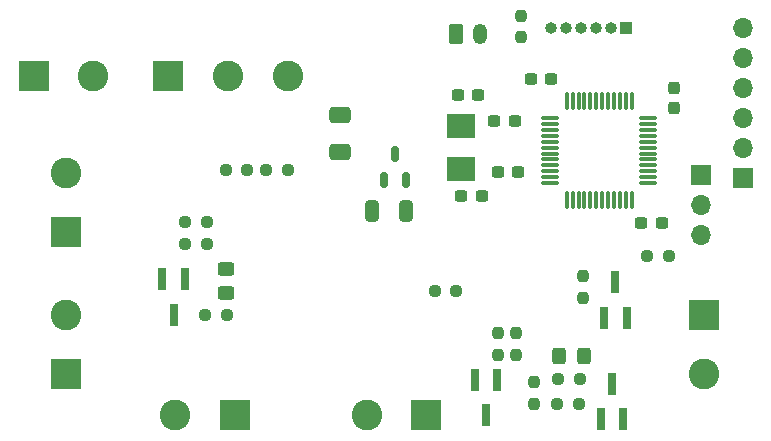
<source format=gbr>
%TF.GenerationSoftware,KiCad,Pcbnew,7.0.5*%
%TF.CreationDate,2023-08-16T19:13:53+03:00*%
%TF.ProjectId,lamps,6c616d70-732e-46b6-9963-61645f706362,rev?*%
%TF.SameCoordinates,Original*%
%TF.FileFunction,Soldermask,Top*%
%TF.FilePolarity,Negative*%
%FSLAX46Y46*%
G04 Gerber Fmt 4.6, Leading zero omitted, Abs format (unit mm)*
G04 Created by KiCad (PCBNEW 7.0.5) date 2023-08-16 19:13:53*
%MOMM*%
%LPD*%
G01*
G04 APERTURE LIST*
G04 Aperture macros list*
%AMRoundRect*
0 Rectangle with rounded corners*
0 $1 Rounding radius*
0 $2 $3 $4 $5 $6 $7 $8 $9 X,Y pos of 4 corners*
0 Add a 4 corners polygon primitive as box body*
4,1,4,$2,$3,$4,$5,$6,$7,$8,$9,$2,$3,0*
0 Add four circle primitives for the rounded corners*
1,1,$1+$1,$2,$3*
1,1,$1+$1,$4,$5*
1,1,$1+$1,$6,$7*
1,1,$1+$1,$8,$9*
0 Add four rect primitives between the rounded corners*
20,1,$1+$1,$2,$3,$4,$5,0*
20,1,$1+$1,$4,$5,$6,$7,0*
20,1,$1+$1,$6,$7,$8,$9,0*
20,1,$1+$1,$8,$9,$2,$3,0*%
G04 Aperture macros list end*
%ADD10R,2.600000X2.600000*%
%ADD11C,2.600000*%
%ADD12RoundRect,0.237500X0.250000X0.237500X-0.250000X0.237500X-0.250000X-0.237500X0.250000X-0.237500X0*%
%ADD13RoundRect,0.237500X-0.250000X-0.237500X0.250000X-0.237500X0.250000X0.237500X-0.250000X0.237500X0*%
%ADD14RoundRect,0.250000X0.450000X-0.325000X0.450000X0.325000X-0.450000X0.325000X-0.450000X-0.325000X0*%
%ADD15RoundRect,0.237500X-0.300000X-0.237500X0.300000X-0.237500X0.300000X0.237500X-0.300000X0.237500X0*%
%ADD16R,0.800000X1.900000*%
%ADD17R,2.400000X2.000000*%
%ADD18RoundRect,0.075000X-0.662500X-0.075000X0.662500X-0.075000X0.662500X0.075000X-0.662500X0.075000X0*%
%ADD19RoundRect,0.075000X-0.075000X-0.662500X0.075000X-0.662500X0.075000X0.662500X-0.075000X0.662500X0*%
%ADD20RoundRect,0.237500X-0.237500X0.250000X-0.237500X-0.250000X0.237500X-0.250000X0.237500X0.250000X0*%
%ADD21RoundRect,0.237500X0.300000X0.237500X-0.300000X0.237500X-0.300000X-0.237500X0.300000X-0.237500X0*%
%ADD22R,1.700000X1.700000*%
%ADD23O,1.700000X1.700000*%
%ADD24RoundRect,0.150000X0.150000X-0.512500X0.150000X0.512500X-0.150000X0.512500X-0.150000X-0.512500X0*%
%ADD25RoundRect,0.237500X0.237500X-0.250000X0.237500X0.250000X-0.237500X0.250000X-0.237500X-0.250000X0*%
%ADD26RoundRect,0.250000X0.325000X0.650000X-0.325000X0.650000X-0.325000X-0.650000X0.325000X-0.650000X0*%
%ADD27RoundRect,0.250000X-0.350000X-0.625000X0.350000X-0.625000X0.350000X0.625000X-0.350000X0.625000X0*%
%ADD28O,1.200000X1.750000*%
%ADD29R,1.000000X1.000000*%
%ADD30O,1.000000X1.000000*%
%ADD31RoundRect,0.250000X0.650000X-0.412500X0.650000X0.412500X-0.650000X0.412500X-0.650000X-0.412500X0*%
%ADD32RoundRect,0.237500X-0.237500X0.300000X-0.237500X-0.300000X0.237500X-0.300000X0.237500X0.300000X0*%
%ADD33RoundRect,0.250000X-0.325000X-0.450000X0.325000X-0.450000X0.325000X0.450000X-0.325000X0.450000X0*%
G04 APERTURE END LIST*
D10*
%TO.C,J11*%
X104750000Y-92500000D03*
D11*
X99750000Y-92500000D03*
%TD*%
D10*
%TO.C,J10*%
X128250000Y-84000000D03*
D11*
X128250000Y-89000000D03*
%TD*%
D10*
%TO.C,J9*%
X88500000Y-92500000D03*
D11*
X83500000Y-92500000D03*
%TD*%
D10*
%TO.C,J8*%
X74250000Y-89000000D03*
D11*
X74250000Y-84000000D03*
%TD*%
D10*
%TO.C,J7*%
X74250000Y-77000000D03*
D11*
X74250000Y-72000000D03*
%TD*%
D10*
%TO.C,J6*%
X71500000Y-63805000D03*
D11*
X76500000Y-63805000D03*
%TD*%
D12*
%TO.C,R1*%
X89582000Y-71755000D03*
X87757000Y-71755000D03*
%TD*%
D13*
%TO.C,R23*%
X115824000Y-91541600D03*
X117649000Y-91541600D03*
%TD*%
D14*
%TO.C,D9*%
X87803400Y-82189200D03*
X87803400Y-80139200D03*
%TD*%
D13*
%TO.C,R15*%
X107260400Y-82016600D03*
X105435400Y-82016600D03*
%TD*%
D15*
%TO.C,C13*%
X107393400Y-65405000D03*
X109118400Y-65405000D03*
%TD*%
D16*
%TO.C,Q6*%
X110750000Y-89500000D03*
X108850000Y-89500000D03*
X109800000Y-92500000D03*
%TD*%
%TO.C,Q3*%
X119800000Y-84250000D03*
X121700000Y-84250000D03*
X120750000Y-81250000D03*
%TD*%
%TO.C,Q8*%
X119486600Y-92837000D03*
X121386600Y-92837000D03*
X120436600Y-89837000D03*
%TD*%
D17*
%TO.C,Y1*%
X107696000Y-68000000D03*
X107696000Y-71700000D03*
%TD*%
D18*
%TO.C,U3*%
X115217500Y-67354000D03*
X115217500Y-67854000D03*
X115217500Y-68354000D03*
X115217500Y-68854000D03*
X115217500Y-69354000D03*
X115217500Y-69854000D03*
X115217500Y-70354000D03*
X115217500Y-70854000D03*
X115217500Y-71354000D03*
X115217500Y-71854000D03*
X115217500Y-72354000D03*
X115217500Y-72854000D03*
D19*
X116630000Y-74266500D03*
X117130000Y-74266500D03*
X117630000Y-74266500D03*
X118130000Y-74266500D03*
X118630000Y-74266500D03*
X119130000Y-74266500D03*
X119630000Y-74266500D03*
X120130000Y-74266500D03*
X120630000Y-74266500D03*
X121130000Y-74266500D03*
X121630000Y-74266500D03*
X122130000Y-74266500D03*
D18*
X123542500Y-72854000D03*
X123542500Y-72354000D03*
X123542500Y-71854000D03*
X123542500Y-71354000D03*
X123542500Y-70854000D03*
X123542500Y-70354000D03*
X123542500Y-69854000D03*
X123542500Y-69354000D03*
X123542500Y-68854000D03*
X123542500Y-68354000D03*
X123542500Y-67854000D03*
X123542500Y-67354000D03*
D19*
X122130000Y-65941500D03*
X121630000Y-65941500D03*
X121130000Y-65941500D03*
X120630000Y-65941500D03*
X120130000Y-65941500D03*
X119630000Y-65941500D03*
X119130000Y-65941500D03*
X118630000Y-65941500D03*
X118130000Y-65941500D03*
X117630000Y-65941500D03*
X117130000Y-65941500D03*
X116630000Y-65941500D03*
%TD*%
D20*
%TO.C,R20*%
X110769400Y-85574500D03*
X110769400Y-87399500D03*
%TD*%
%TO.C,R11*%
X118000000Y-80750000D03*
X118000000Y-82575000D03*
%TD*%
%TO.C,R24*%
X113842800Y-91516200D03*
X113842800Y-89691200D03*
%TD*%
D21*
%TO.C,C11*%
X112522000Y-71882000D03*
X110797000Y-71882000D03*
%TD*%
D22*
%TO.C,J5*%
X131572000Y-72390000D03*
D23*
X131572000Y-69850000D03*
X131572000Y-67310000D03*
X131572000Y-64770000D03*
X131572000Y-62230000D03*
X131572000Y-59690000D03*
%TD*%
D13*
%TO.C,R9*%
X84345900Y-76158400D03*
X86170900Y-76158400D03*
%TD*%
D24*
%TO.C,U1*%
X101158000Y-72633000D03*
X103058000Y-72633000D03*
X102108000Y-70358000D03*
%TD*%
D25*
%TO.C,R5*%
X112776000Y-60499000D03*
X112776000Y-58674000D03*
%TD*%
D22*
%TO.C,J2*%
X128016000Y-72136000D03*
D23*
X128016000Y-74676000D03*
X128016000Y-77216000D03*
%TD*%
D16*
%TO.C,Q1*%
X84289200Y-80985000D03*
X82389200Y-80985000D03*
X83339200Y-83985000D03*
%TD*%
D12*
%TO.C,R10*%
X87825000Y-84000000D03*
X86000000Y-84000000D03*
%TD*%
D26*
%TO.C,C4*%
X103047800Y-75209400D03*
X100097800Y-75209400D03*
%TD*%
D25*
%TO.C,R21*%
X112369600Y-87397600D03*
X112369600Y-85572600D03*
%TD*%
D12*
%TO.C,R8*%
X86162500Y-78000000D03*
X84337500Y-78000000D03*
%TD*%
D15*
%TO.C,C8*%
X110490000Y-67564000D03*
X112215000Y-67564000D03*
%TD*%
%TO.C,C7*%
X113591000Y-64008000D03*
X115316000Y-64008000D03*
%TD*%
D10*
%TO.C,J1*%
X82840000Y-63750000D03*
D11*
X87920000Y-63750000D03*
X93000000Y-63750000D03*
%TD*%
D15*
%TO.C,C10*%
X107696000Y-73914000D03*
X109421000Y-73914000D03*
%TD*%
D27*
%TO.C,J4*%
X107250000Y-60250000D03*
D28*
X109250000Y-60250000D03*
%TD*%
D29*
%TO.C,J3*%
X121666000Y-59690000D03*
D30*
X120396000Y-59690000D03*
X119126000Y-59690000D03*
X117856000Y-59690000D03*
X116586000Y-59690000D03*
X115316000Y-59690000D03*
%TD*%
D31*
%TO.C,C5*%
X97409000Y-70181000D03*
X97409000Y-67056000D03*
%TD*%
D21*
%TO.C,C12*%
X124661000Y-76200000D03*
X122936000Y-76200000D03*
%TD*%
D12*
%TO.C,R2*%
X93011000Y-71755000D03*
X91186000Y-71755000D03*
%TD*%
D32*
%TO.C,C9*%
X125730000Y-64770000D03*
X125730000Y-66495000D03*
%TD*%
D12*
%TO.C,R12*%
X125250000Y-79000000D03*
X123425000Y-79000000D03*
%TD*%
D13*
%TO.C,R25*%
X115904000Y-89408000D03*
X117729000Y-89408000D03*
%TD*%
D33*
%TO.C,D14*%
X116001800Y-87477600D03*
X118051800Y-87477600D03*
%TD*%
M02*

</source>
